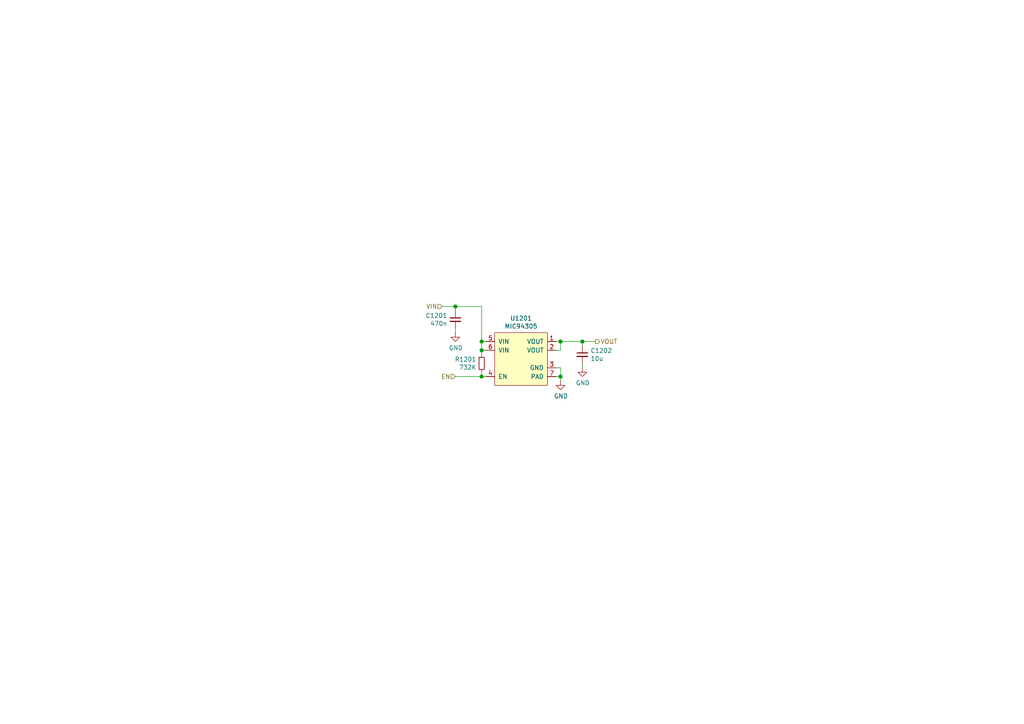
<source format=kicad_sch>
(kicad_sch (version 20210621) (generator eeschema)
  (paper "A4")
  (lib_symbols
    (symbol "DIYPie:MIC94305" (pin_names (offset 1.016))
      (property "Reference" "U" (at -6.35 8.89 0))
      (property "Value" "MIC94305" (at -2.54 -8.89 0))
      (symbol "MIC94305_0_0"
        (pin power_out line (at 10.16 5.08 180) (length 2.54) (name "VOUT") (number "1"))
        (pin power_out line (at 10.16 2.54 180) (length 2.54) (name "VOUT") (number "2"))
        (pin power_in line (at 10.16 -2.54 180) (length 2.54) (name "GND") (number "3"))
        (pin input line (at -10.16 -5.08 0) (length 2.54) (name "EN") (number "4"))
        (pin power_in line (at -10.16 5.08 0) (length 2.54) (name "VIN") (number "5"))
        (pin power_in line (at -10.16 2.54 0) (length 2.54) (name "VIN") (number "6"))
        (pin power_in line (at 10.16 -5.08 180) (length 2.54) (name "PAD") (number "7"))
      )
      (symbol "MIC94305_0_1"
        (rectangle (start -7.62 7.62) (end 7.62 -7.62) (fill (type background)))
      )
    )
    (symbol "Device:C_Small" (pin_numbers hide) (pin_names (offset 0.254) hide)
      (property "Reference" "C" (at 0.254 1.778 0))
      (property "Value" "C_Small" (at 0.254 -2.032 0))
      (symbol "C_Small_0_1"
        (polyline (pts (xy -1.524 -0.508) (xy 1.524 -0.508)) (stroke (width 0.3302)))
        (polyline (pts (xy -1.524 0.508) (xy 1.524 0.508)) (stroke (width 0.3048)))
      )
      (symbol "C_Small_1_1"
        (pin passive line (at 0 2.54 270) (length 2.032) (name "~") (number "1"))
        (pin passive line (at 0 -2.54 90) (length 2.032) (name "~") (number "2"))
      )
    )
    (symbol "Device:R_Small" (pin_numbers hide) (pin_names (offset 0.254) hide)
      (property "Reference" "R" (at 0.762 0.508 0))
      (property "Value" "R_Small" (at 0.762 -1.016 0))
      (symbol "R_Small_0_1"
        (rectangle (start -0.762 1.778) (end 0.762 -1.778) (stroke (width 0.2032)))
      )
      (symbol "R_Small_1_1"
        (pin passive line (at 0 2.54 270) (length 0.762) (name "~") (number "1"))
        (pin passive line (at 0 -2.54 90) (length 0.762) (name "~") (number "2"))
      )
    )
    (symbol "power:GND" (power) (pin_names (offset 0))
      (property "Value" "GND" (at 0 -3.81 0))
      (symbol "GND_0_1"
        (polyline (pts (xy 0 0) (xy 0 -1.27) (xy 1.27 -1.27) (xy 0 -2.54) (xy -1.27 -1.27) (xy 0 -1.27)))
      )
      (symbol "GND_1_1"
        (pin power_in line (at 0 0 270) (length 0) hide (name "GND") (number "1"))
      )
    )
  )
  (junction (at 132.08 88.9) (diameter 1.016))
  (junction (at 139.7 99.06) (diameter 1.016))
  (junction (at 139.7 101.6) (diameter 1.016))
  (junction (at 139.7 109.22) (diameter 1.016))
  (junction (at 162.56 99.06) (diameter 1.016))
  (junction (at 162.56 109.22) (diameter 1.016))
  (junction (at 168.91 99.06) (diameter 1.016))
  (wire (pts (xy 128.27 88.9) (xy 132.08 88.9)))
  (wire (pts (xy 132.08 88.9) (xy 132.08 90.17)))
  (wire (pts (xy 132.08 88.9) (xy 139.7 88.9)))
  (wire (pts (xy 132.08 96.52) (xy 132.08 95.25)))
  (wire (pts (xy 132.08 109.22) (xy 139.7 109.22)))
  (wire (pts (xy 139.7 88.9) (xy 139.7 99.06)))
  (wire (pts (xy 139.7 99.06) (xy 139.7 101.6)))
  (wire (pts (xy 139.7 101.6) (xy 139.7 102.87)))
  (wire (pts (xy 139.7 101.6) (xy 140.97 101.6)))
  (wire (pts (xy 139.7 109.22) (xy 139.7 107.95)))
  (wire (pts (xy 139.7 109.22) (xy 140.97 109.22)))
  (wire (pts (xy 140.97 99.06) (xy 139.7 99.06)))
  (wire (pts (xy 161.29 99.06) (xy 162.56 99.06)))
  (wire (pts (xy 161.29 101.6) (xy 162.56 101.6)))
  (wire (pts (xy 161.29 106.68) (xy 162.56 106.68)))
  (wire (pts (xy 161.29 109.22) (xy 162.56 109.22)))
  (wire (pts (xy 162.56 99.06) (xy 162.56 101.6)))
  (wire (pts (xy 162.56 99.06) (xy 168.91 99.06)))
  (wire (pts (xy 162.56 106.68) (xy 162.56 109.22)))
  (wire (pts (xy 162.56 109.22) (xy 162.56 110.49)))
  (wire (pts (xy 168.91 99.06) (xy 168.91 100.33)))
  (wire (pts (xy 168.91 99.06) (xy 172.72 99.06)))
  (wire (pts (xy 168.91 106.68) (xy 168.91 105.41)))
  (hierarchical_label "VIN" (shape input) (at 128.27 88.9 180))
  (hierarchical_label "EN" (shape input) (at 132.08 109.22 180))
  (hierarchical_label "VOUT" (shape output) (at 172.72 99.06 0))
  (symbol (lib_id "power:GND") (at 132.08 96.52 0) (unit 1)
    (property "Reference" "#PWR01201" (effects hide))
    (property "Value" "GND" (at 132.207 100.9142 0))
  )
  (symbol (lib_id "power:GND") (at 162.56 110.49 0) (unit 1)
    (property "Reference" "#PWR01202" (effects hide))
    (property "Value" "GND" (at 162.687 114.8842 0))
  )
  (symbol (lib_id "power:GND") (at 168.91 106.68 0) (unit 1)
    (property "Reference" "#PWR01203" (effects hide))
    (property "Value" "GND" (at 169.037 111.0742 0))
  )
  (symbol (lib_id "Device:R_Small") (at 139.7 105.41 0) (mirror y) (unit 1)
    (property "Reference" "R1201" (at 138.2014 104.2416 0) (effects (justify left)))
    (property "Value" "732K" (at 138.2014 106.553 0) (effects (justify left)))
    (property "Footprint" "DIYPie:R_0402_1005Metric" (effects hide))
    (property "Manufacturer" "any" (effects hide))
    (property "Mouser_PN" "603-RC0402FR-07732KL" (effects hide))
    (property "Mouser_PL" "https://eu.mouser.com/ProductDetail/Yageo/RC0402FR-07732KL?qs=Is6ZsIPfHkax3rrRLISTXA%3D%3D" (effects hide))
    (property "Tolerance" "1%" (effects hide))
  )
  (symbol (lib_id "Device:C_Small") (at 132.08 92.71 0) (unit 1)
    (property "Reference" "C1201" (at 129.7432 91.5416 0) (effects (justify right)))
    (property "Value" "470n" (at 129.7432 93.853 0) (effects (justify right)))
    (property "Footprint" "DIYPie:C_0402_1005Metric" (effects hide))
    (property "Manufacturer" "any" (effects hide))
    (property "Mouser_PN" "963-JMK105BJ474MV-F" (effects hide))
    (property "Mouser_PL" "https://eu.mouser.com/ProductDetail/Taiyo-Yuden/JMK105BJ474MV-F?qs=sGAEpiMZZMvsSlwiRhF8qvXH2%252BT6Wjq1H9EODWG06L26C1SBUt6ZpA%3D%3D" (effects hide))
    (property "Tolerance" "20%" (effects hide))
    (property "Voltage" "6.3V" (effects hide))
    (property "Dielectric" "X5R" (effects hide))
  )
  (symbol (lib_id "Device:C_Small") (at 168.91 102.87 0) (unit 1)
    (property "Reference" "C1202" (at 171.2468 101.7016 0) (effects (justify left)))
    (property "Value" "10u" (at 171.2468 104.013 0) (effects (justify left)))
    (property "Footprint" "DIYPie:C_0603_1608Metric" (effects hide))
    (property "Manufacturer" "any" (effects hide))
    (property "Mouser_PN" "187-CL10A106MQ8NNNC" (effects hide))
    (property "Mouser_PL" "https://eu.mouser.com/ProductDetail/Samsung-Electro-Mechanics/CL10A106MQ8NNNC?qs=sGAEpiMZZMvsSlwiRhF8qlxW52pIu5FNbeqT8s0amCo%3D" (effects hide))
    (property "Tolerance" "20%" (effects hide))
    (property "Voltage" "6.3V" (effects hide))
    (property "Dielectric" "X5R" (effects hide))
  )
  (symbol (lib_id "DIYPie:MIC94305") (at 151.13 104.14 0) (unit 1)
    (property "Reference" "U1201" (at 151.13 92.329 0))
    (property "Value" "MIC94305" (at 151.13 94.6404 0))
    (property "Footprint" "DIYPie:TDFN1616-6LD-PL-1" (effects hide))
    (property "Datasheet" "https://ww1.microchip.com/downloads/en/DeviceDoc/MIC94305-500mA-Switch-with-Ripple-Blocker-Technology-DS20006029A.pdf" (effects hide))
  )
)
</source>
